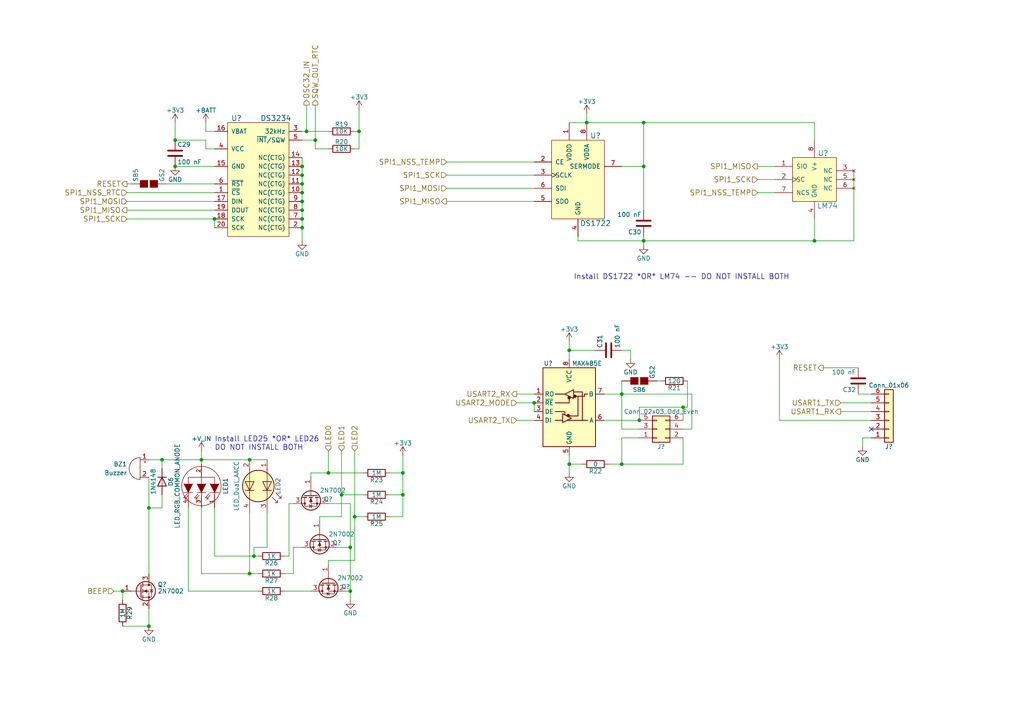
<source format=kicad_sch>
(kicad_sch (version 20231120) (generator "eeschema") (generator_version "8.0")
  (paper "A4")
  (lib_symbols
    (symbol "Connector_Generic:Conn_01x06" (pin_names (offset 1.016) hide)
      (property "Reference" "J" (at 0 7.62 0))
      (property "Value" "Conn_01x06" (at 0 -10.16 0))
      (symbol "Conn_01x06_1_1"
        (rectangle (start -1.27 -7.493) (end 0 -7.747) (stroke (width 0.1524)))
        (rectangle (start -1.27 -4.953) (end 0 -5.207) (stroke (width 0.1524)))
        (rectangle (start -1.27 -2.413) (end 0 -2.667) (stroke (width 0.1524)))
        (rectangle (start -1.27 0.127) (end 0 -0.127) (stroke (width 0.1524)))
        (rectangle (start -1.27 2.667) (end 0 2.413) (stroke (width 0.1524)))
        (rectangle (start -1.27 5.207) (end 0 4.953) (stroke (width 0.1524)))
        (rectangle (start -1.27 6.35) (end 1.27 -8.89) (stroke (width 0.254)) (fill (type background)))
        (pin passive line (at -5.08 5.08 0) (length 3.81) (name "Pin_1") (number "1"))
        (pin passive line (at -5.08 2.54 0) (length 3.81) (name "Pin_2") (number "2"))
        (pin passive line (at -5.08 0 0) (length 3.81) (name "Pin_3") (number "3"))
        (pin passive line (at -5.08 -2.54 0) (length 3.81) (name "Pin_4") (number "4"))
        (pin passive line (at -5.08 -5.08 0) (length 3.81) (name "Pin_5") (number "5"))
        (pin passive line (at -5.08 -7.62 0) (length 3.81) (name "Pin_6") (number "6"))
      )
    )
    (symbol "Connector_Generic:Conn_02x03_Odd_Even" (pin_names (offset 1.016) hide)
      (property "Reference" "J" (at 1.27 5.08 0))
      (property "Value" "Conn_02x03_Odd_Even" (at 1.27 -5.08 0))
      (symbol "Conn_02x03_Odd_Even_1_1"
        (rectangle (start -1.27 -2.413) (end 0 -2.667) (stroke (width 0.1524)))
        (rectangle (start -1.27 0.127) (end 0 -0.127) (stroke (width 0.1524)))
        (rectangle (start -1.27 2.667) (end 0 2.413) (stroke (width 0.1524)))
        (rectangle (start -1.27 3.81) (end 3.81 -3.81) (stroke (width 0.254)) (fill (type background)))
        (rectangle (start 3.81 -2.413) (end 2.54 -2.667) (stroke (width 0.1524)))
        (rectangle (start 3.81 0.127) (end 2.54 -0.127) (stroke (width 0.1524)))
        (rectangle (start 3.81 2.667) (end 2.54 2.413) (stroke (width 0.1524)))
        (pin passive line (at -5.08 2.54 0) (length 3.81) (name "Pin_1") (number "1"))
        (pin passive line (at 7.62 2.54 180) (length 3.81) (name "Pin_2") (number "2"))
        (pin passive line (at -5.08 0 0) (length 3.81) (name "Pin_3") (number "3"))
        (pin passive line (at 7.62 0 180) (length 3.81) (name "Pin_4") (number "4"))
        (pin passive line (at -5.08 -2.54 0) (length 3.81) (name "Pin_5") (number "5"))
        (pin passive line (at 7.62 -2.54 180) (length 3.81) (name "Pin_6") (number "6"))
      )
    )
    (symbol "Device:C" (pin_numbers hide) (pin_names (offset 0.254))
      (property "Reference" "C" (at 0.635 2.54 0))
      (property "Value" "C" (at 0.635 -2.54 0))
      (symbol "C_0_1"
        (polyline (pts (xy -2.032 -0.762) (xy 2.032 -0.762)) (stroke (width 0.508)))
        (polyline (pts (xy -2.032 0.762) (xy 2.032 0.762)) (stroke (width 0.508)))
      )
      (symbol "C_1_1"
        (pin passive line (at 0 3.81 270) (length 2.794) (name "~") (number "1"))
        (pin passive line (at 0 -3.81 90) (length 2.794) (name "~") (number "2"))
      )
    )
    (symbol "Device:D" (pin_numbers hide) (pin_names (offset 1.016) hide)
      (property "Reference" "D" (at 0 2.54 0))
      (property "Value" "D" (at 0 -2.54 0))
      (symbol "D_0_1"
        (polyline (pts (xy -1.27 1.27) (xy -1.27 -1.27)) (stroke (width 0.254)))
        (polyline (pts (xy 1.27 0) (xy -1.27 0)))
        (polyline (pts (xy 1.27 1.27) (xy 1.27 -1.27) (xy -1.27 0) (xy 1.27 1.27)) (stroke (width 0.254)))
      )
      (symbol "D_1_1"
        (pin passive line (at -3.81 0 0) (length 2.54) (name "K") (number "1"))
        (pin passive line (at 3.81 0 180) (length 2.54) (name "A") (number "2"))
      )
    )
    (symbol "Device:R" (pin_numbers hide) (pin_names (offset 0))
      (property "Reference" "R" (at 2.032 0 90))
      (property "Value" "R" (at 0 0 90))
      (symbol "R_0_1"
        (rectangle (start -1.016 -2.54) (end 1.016 2.54) (stroke (width 0.254)))
      )
      (symbol "R_1_1"
        (pin passive line (at 0 3.81 270) (length 1.27) (name "~") (number "1"))
        (pin passive line (at 0 -3.81 90) (length 1.27) (name "~") (number "2"))
      )
    )
    (symbol "Transistor_FET:2N7002" (pin_names hide)
      (property "Reference" "Q" (at 5.08 1.905 0))
      (property "Value" "2N7002" (at 5.08 0 0))
      (symbol "2N7002_0_1"
        (polyline (pts (xy 0.254 0) (xy -2.54 0)))
        (polyline (pts (xy 0.254 1.905) (xy 0.254 -1.905)) (stroke (width 0.254)))
        (polyline (pts (xy 0.762 -1.27) (xy 0.762 -2.286)) (stroke (width 0.254)))
        (polyline (pts (xy 0.762 0.508) (xy 0.762 -0.508)) (stroke (width 0.254)))
        (polyline (pts (xy 0.762 2.286) (xy 0.762 1.27)) (stroke (width 0.254)))
        (polyline (pts (xy 2.54 2.54) (xy 2.54 1.778)))
        (polyline (pts (xy 2.54 -2.54) (xy 2.54 0) (xy 0.762 0)))
        (polyline (pts (xy 0.762 -1.778) (xy 3.302 -1.778) (xy 3.302 1.778) (xy 0.762 1.778)))
        (polyline (pts (xy 1.016 0) (xy 2.032 0.381) (xy 2.032 -0.381) (xy 1.016 0)) (fill (type outline)))
        (polyline (pts (xy 2.794 0.508) (xy 2.921 0.381) (xy 3.683 0.381) (xy 3.81 0.254)))
        (polyline (pts (xy 3.302 0.381) (xy 2.921 -0.254) (xy 3.683 -0.254) (xy 3.302 0.381)))
        (circle (center 1.651 0) (radius 2.794) (stroke (width 0.254)))
        (circle (center 2.54 -1.778) (radius 0.254) (fill (type outline)))
        (circle (center 2.54 1.778) (radius 0.254) (fill (type outline)))
      )
      (symbol "2N7002_1_1"
        (pin input line (at -5.08 0 0) (length 2.54) (name "G") (number "1"))
        (pin passive line (at 2.54 -5.08 90) (length 2.54) (name "S") (number "2"))
        (pin passive line (at 2.54 5.08 270) (length 2.54) (name "D") (number "3"))
      )
    )
    (symbol "TubeClock-rescue:+3.3V-power" (power) (pin_names (offset 0))
      (property "Value" "power_+3.3V" (at 0 3.556 0))
      (symbol "+3.3V-power_0_1"
        (polyline (pts (xy -0.762 1.27) (xy 0 2.54)))
        (polyline (pts (xy 0 0) (xy 0 2.54)))
        (polyline (pts (xy 0 2.54) (xy 0.762 1.27)))
      )
      (symbol "+3.3V-power_1_1"
        (pin power_in line (at 0 0 90) (length 0) hide (name "+3V3") (number "1"))
      )
    )
    (symbol "TubeClock-rescue:+BATT-power" (power) (pin_names (offset 0))
      (property "Value" "power_+BATT" (at 0 3.556 0))
      (symbol "+BATT-power_0_1"
        (polyline (pts (xy -0.762 1.27) (xy 0 2.54)))
        (polyline (pts (xy 0 0) (xy 0 2.54)))
        (polyline (pts (xy 0 2.54) (xy 0.762 1.27)))
      )
      (symbol "+BATT-power_1_1"
        (pin power_in line (at 0 0 90) (length 0) hide (name "+BATT") (number "1"))
      )
    )
    (symbol "TubeClock-rescue:+V_IN-TubeClock" (power) (pin_names (offset 0))
      (property "Value" "TubeClock_+V_IN" (at 0 3.556 0))
      (symbol "+V_IN-TubeClock_0_1"
        (polyline (pts (xy -0.762 1.27) (xy 0 2.54)))
        (polyline (pts (xy 0 0) (xy 0 2.54)))
        (polyline (pts (xy 0 2.54) (xy 0.762 1.27)))
      )
      (symbol "+V_IN-TubeClock_1_1"
        (pin power_in line (at 0 0 90) (length 0) hide (name "+V_IN") (number "1"))
      )
    )
    (symbol "TubeClock-rescue:Buzzer-Device" (pin_names (offset 0.0254) hide)
      (property "Reference" "BZ" (at 3.81 1.27 0))
      (property "Value" "Device_Buzzer" (at 3.81 -1.27 0))
      (symbol "Buzzer-Device_0_1"
        (arc (start 0 -3.175) (mid 3.175 0) (end 0 3.175))
        (polyline (pts (xy -1.651 1.905) (xy -1.143 1.905)))
        (polyline (pts (xy -1.397 2.159) (xy -1.397 1.651)))
        (polyline (pts (xy 0 3.175) (xy 0 -3.175)))
      )
      (symbol "Buzzer-Device_1_1"
        (pin passive line (at -2.54 2.54 0) (length 2.54) (name "-") (number "1"))
        (pin passive line (at -2.54 -2.54 0) (length 2.54) (name "+") (number "2"))
      )
    )
    (symbol "TubeClock-rescue:DS1722-TubeClock" (pin_names (offset 1.016))
      (property "Reference" "U" (at 5.08 15.24 0))
      (property "Value" "TubeClock_DS1722" (at 5.08 -10.16 0))
      (symbol "DS1722-TubeClock_0_1"
        (rectangle (start -7.62 -8.89) (end 7.62 13.97) (fill (type background)))
      )
      (symbol "DS1722-TubeClock_1_1"
        (pin power_in line (at -2.54 19.05 270) (length 5.08) (name "VDDD") (number "1"))
        (pin input line (at -12.7 7.62 0) (length 5.08) (name "CE") (number "2"))
        (pin input clock (at -12.7 3.81 0) (length 5.08) (name "SCLK") (number "3"))
        (pin power_in line (at 0 -13.97 90) (length 5.08) (name "GND") (number "4"))
        (pin output line (at -12.7 -3.81 0) (length 5.08) (name "SDO") (number "5"))
        (pin input line (at -12.7 0 0) (length 5.08) (name "SDI") (number "6"))
        (pin input line (at 12.7 6.35 180) (length 5.08) (name "SERMODE") (number "7"))
        (pin power_in line (at 2.54 19.05 270) (length 5.08) (name "VDDA") (number "8"))
      )
    )
    (symbol "TubeClock-rescue:DS3234-TubeClock" (pin_names (offset 1.016))
      (property "Reference" "IC" (at -6.35 17.78 0))
      (property "Value" "TubeClock_DS3234" (at 5.08 17.78 0))
      (symbol "DS3234-TubeClock_0_1"
        (rectangle (start -8.89 16.51) (end 8.89 -16.51) (fill (type background)))
      )
      (symbol "DS3234-TubeClock_1_1"
        (pin input line (at -12.7 -3.81 0) (length 3.81) (name "~{CS}") (number "1"))
        (pin passive line (at 12.7 -3.81 180) (length 3.81) (name "NC(CTG)") (number "10"))
        (pin passive line (at 12.7 -1.27 180) (length 3.81) (name "NC(CTG)") (number "11"))
        (pin passive line (at 12.7 1.27 180) (length 3.81) (name "NC(CTG)") (number "12"))
        (pin passive line (at 12.7 3.81 180) (length 3.81) (name "NC(CTG)") (number "13"))
        (pin passive line (at 12.7 6.35 180) (length 3.81) (name "NC(CTG)") (number "14"))
        (pin power_in line (at -12.7 3.81 0) (length 3.81) (name "GND") (number "15"))
        (pin power_in line (at -12.7 13.97 0) (length 3.81) (name "VBAT") (number "16"))
        (pin input line (at -12.7 -6.35 0) (length 3.81) (name "DIN") (number "17"))
        (pin input line (at -12.7 -11.43 0) (length 3.81) (name "SCK") (number "18"))
        (pin output line (at -12.7 -8.89 0) (length 3.81) (name "DOUT") (number "19"))
        (pin passive line (at 12.7 -13.97 180) (length 3.81) (name "NC(CTG)") (number "2"))
        (pin input line (at -12.7 -13.97 0) (length 3.81) (name "SCK") (number "20"))
        (pin output line (at 12.7 13.97 180) (length 3.81) (name "32kHz") (number "3"))
        (pin power_in line (at -12.7 8.89 0) (length 3.81) (name "VCC") (number "4"))
        (pin output line (at 12.7 11.43 180) (length 3.81) (name "~{INT}/SQW") (number "5"))
        (pin bidirectional line (at -12.7 -1.27 0) (length 3.81) (name "~{RST}") (number "6"))
        (pin passive line (at 12.7 -11.43 180) (length 3.81) (name "NC(CTG)") (number "7"))
        (pin passive line (at 12.7 -8.89 180) (length 3.81) (name "NC(CTG)") (number "8"))
        (pin passive line (at 12.7 -6.35 180) (length 3.81) (name "NC(CTG)") (number "9"))
      )
    )
    (symbol "TubeClock-rescue:GND-power" (power) (pin_names (offset 0))
      (property "Value" "power_GND" (at 0 -3.81 0))
      (symbol "GND-power_0_1"
        (polyline (pts (xy 0 0) (xy 0 -1.27) (xy 1.27 -1.27) (xy 0 -2.54) (xy -1.27 -1.27) (xy 0 -1.27)))
      )
      (symbol "GND-power_1_1"
        (pin power_in line (at 0 0 270) (length 0) hide (name "GND") (number "1"))
      )
    )
    (symbol "TubeClock-rescue:GS2-win" (pin_numbers hide) (pin_names (offset 1.016) hide)
      (property "Reference" "GS" (at 2.54 3.81 0))
      (property "Value" "win_GS2" (at 2.54 -3.7846 0))
      (symbol "GS2-win_0_1"
        (polyline (pts (xy -1.016 -0.254) (xy -1.016 -2.54) (xy 1.016 -2.54) (xy 1.016 -0.254)) (fill (type outline)))
        (polyline (pts (xy -1.016 0.254) (xy -1.016 2.54) (xy 1.016 2.54) (xy 1.016 0.254)) (fill (type outline)))
      )
      (symbol "GS2-win_1_1"
        (pin passive line (at 0 5.08 270) (length 2.54) (name "G1") (number "1"))
        (pin passive line (at 0 -5.08 90) (length 2.54) (name "G2") (number "2"))
      )
    )
    (symbol "TubeClock-rescue:LED_Dual_AACC-Device" (pin_names (offset 0) hide)
      (property "Reference" "D" (at 0 5.715 0))
      (property "Value" "Device_LED_Dual_AACC" (at 0 -6.35 0))
      (symbol "LED_Dual_AACC-Device_0_1"
        (polyline (pts (xy -5.08 -2.54) (xy 2.032 -2.54)))
        (polyline (pts (xy -5.08 2.54) (xy 2.032 2.54)))
        (polyline (pts (xy 1.27 -1.27) (xy 1.27 -3.81)) (stroke (width 0.2032)))
        (polyline (pts (xy 1.27 3.81) (xy 1.27 1.27)) (stroke (width 0.2032)))
        (polyline (pts (xy 3.81 -2.54) (xy 1.905 -2.54)))
        (polyline (pts (xy 3.81 2.54) (xy 1.905 2.54)))
        (polyline (pts (xy -1.27 -1.27) (xy -1.27 -3.81) (xy 1.27 -2.54) (xy -1.27 -1.27)) (stroke (width 0.2032)))
        (polyline (pts (xy -1.27 3.81) (xy -1.27 1.27) (xy 1.27 2.54) (xy -1.27 3.81)) (stroke (width 0.2032)))
        (polyline (pts (xy 2.032 5.08) (xy 3.556 6.604) (xy 2.794 6.604) (xy 3.556 6.604) (xy 3.556 5.842)))
        (polyline (pts (xy 3.302 4.064) (xy 4.826 5.588) (xy 4.064 5.588) (xy 4.826 5.588) (xy 4.826 4.826)))
        (circle (center 0 0) (radius 4.572) (stroke (width 0.254)) (fill (type background)))
      )
      (symbol "LED_Dual_AACC-Device_1_1"
        (pin input line (at -7.62 2.54 0) (length 3.048) (name "A1") (number "1"))
        (pin input line (at -7.62 -2.54 0) (length 3.048) (name "A2") (number "2"))
        (pin input line (at 7.62 2.54 180) (length 3.81) (name "K1") (number "3"))
        (pin input line (at 7.62 -2.54 180) (length 3.81) (name "K2") (number "4"))
      )
    )
    (symbol "TubeClock-rescue:LED_RGB_COMMON_ANODE-win" (pin_names (offset 1.016) hide)
      (property "Reference" "D" (at 0 6.985 0))
      (property "Value" "win_LED_RGB_COMMON_ANODE" (at 0 -6.985 0))
      (symbol "LED_RGB_COMMON_ANODE-win_0_1"
        (polyline (pts (xy -2.54 0) (xy -0.635 0)))
        (polyline (pts (xy 1.905 -2.54) (xy 1.905 -5.08)))
        (polyline (pts (xy 1.905 1.27) (xy 1.905 -1.27)))
        (polyline (pts (xy 1.905 5.08) (xy 1.905 2.54)))
        (polyline (pts (xy 2.54 -3.81) (xy 1.905 -3.81)))
        (polyline (pts (xy 2.54 0) (xy 1.905 0)))
        (polyline (pts (xy 2.54 3.81) (xy 1.905 3.81)))
        (polyline (pts (xy -0.635 -2.54) (xy 1.905 -3.81) (xy -0.635 -5.08)) (fill (type outline)))
        (polyline (pts (xy -0.635 1.27) (xy 1.905 0) (xy -0.635 -1.27)) (fill (type outline)))
        (polyline (pts (xy -0.635 5.08) (xy 1.905 3.81) (xy -0.635 2.54)) (fill (type outline)))
        (polyline (pts (xy 2.286 -4.191) (xy 3.429 -5.207) (xy 3.302 -4.572)))
        (polyline (pts (xy 2.286 -1.016) (xy 3.429 -2.032) (xy 3.302 -1.397)))
        (polyline (pts (xy 2.286 2.159) (xy 3.429 1.143) (xy 3.302 1.778)))
        (polyline (pts (xy 2.667 -3.81) (xy 3.81 -4.826) (xy 3.683 -4.191)))
        (polyline (pts (xy 2.667 -0.635) (xy 3.81 -1.651) (xy 3.683 -1.016)))
        (polyline (pts (xy 2.667 2.54) (xy 3.81 1.524) (xy 3.683 2.159)))
        (polyline (pts (xy -0.635 -3.81) (xy -2.54 -3.81) (xy -2.54 3.81) (xy -0.635 3.81)))
        (circle (center 0 0) (radius 5.715))
      )
      (symbol "LED_RGB_COMMON_ANODE-win_1_1"
        (pin passive line (at 6.35 3.81 180) (length 3.81) (name "RED") (number "1"))
        (pin passive line (at -6.35 0 0) (length 3.81) (name "COMMON") (number "2"))
        (pin passive line (at 6.35 0 180) (length 3.81) (name "GREEN") (number "3"))
        (pin passive line (at 6.35 -3.81 180) (length 3.81) (name "BLUE") (number "4"))
      )
    )
    (symbol "TubeClock-rescue:LM74-TubeClock" (pin_names (offset 1.016))
      (property "Reference" "U" (at 2.54 7.62 0))
      (property "Value" "TubeClock_LM74" (at 3.81 -7.62 0))
      (symbol "LM74-TubeClock_0_1"
        (rectangle (start -6.35 -6.35) (end 6.35 6.35) (fill (type background)))
      )
      (symbol "LM74-TubeClock_1_1"
        (pin bidirectional line (at -11.43 3.81 0) (length 5.08) (name "SIO") (number "1"))
        (pin input clock (at -11.43 0 0) (length 5.08) (name "SC") (number "2"))
        (pin no_connect line (at 11.43 2.54 180) (length 5.08) (name "NC") (number "3"))
        (pin power_in line (at 0 -11.43 90) (length 5.08) (name "GND") (number "4"))
        (pin no_connect line (at 11.43 0 180) (length 5.08) (name "NC") (number "5"))
        (pin no_connect line (at 11.43 -2.54 180) (length 5.08) (name "NC") (number "6"))
        (pin input line (at -11.43 -3.81 0) (length 5.08) (name "NCS") (number "7"))
        (pin power_in line (at 0 11.43 270) (length 5.08) (name "V+") (number "8"))
      )
    )
    (symbol "TubeClock-rescue:MAX485E-Interface_UART"
      (property "Reference" "U" (at -6.096 11.43 0))
      (property "Value" "Interface_UART_MAX485E" (at 0.762 11.43 0))
      (symbol "MAX485E-Interface_UART_0_1"
        (rectangle (start -7.62 10.16) (end 7.62 -12.7) (stroke (width 0.254)) (fill (type background)))
        (circle (center -0.3048 -3.683) (radius 0.3556) (stroke (width 0.254)) (fill (type outline)))
        (circle (center -0.0254 1.4986) (radius 0.3556) (stroke (width 0.254)) (fill (type outline)))
        (polyline (pts (xy -4.064 -5.08) (xy -1.905 -5.08)) (stroke (width 0.254)))
        (polyline (pts (xy -4.064 2.54) (xy -1.27 2.54)) (stroke (width 0.254)))
        (polyline (pts (xy -1.27 -3.2004) (xy -1.27 -3.4544)) (stroke (width 0.254)))
        (polyline (pts (xy -0.635 -5.08) (xy 5.334 -5.08)) (stroke (width 0.254)))
        (polyline (pts (xy -4.064 -2.54) (xy -1.27 -2.54) (xy -1.27 -3.175)) (stroke (width 0.254)))
        (polyline (pts (xy 0 1.27) (xy 0 0) (xy -4.064 0)) (stroke (width 0.254)))
        (polyline (pts (xy 1.27 3.175) (xy 3.81 3.175) (xy 3.81 -5.08)) (stroke (width 0.254)))
        (polyline (pts (xy 2.54 1.905) (xy 2.54 -3.81) (xy 0 -3.81)) (stroke (width 0.254)))
        (polyline (pts (xy -1.905 -3.175) (xy -1.905 -5.715) (xy 0.635 -4.445) (xy -1.905 -3.175)) (stroke (width 0.254)))
        (polyline (pts (xy -1.27 2.54) (xy 1.27 3.81) (xy 1.27 1.27) (xy -1.27 2.54)) (stroke (width 0.254)))
        (polyline (pts (xy 1.905 1.905) (xy 4.445 1.905) (xy 4.445 2.54) (xy 5.334 2.54)) (stroke (width 0.254)))
        (rectangle (start 1.27 3.175) (end 1.27 3.175))
        (circle (center 1.651 1.905) (radius 0.3556) (stroke (width 0.254)) (fill (type outline)))
      )
      (symbol "MAX485E-Interface_UART_1_1"
        (pin output line (at -10.16 2.54 0) (length 2.54) (name "RO") (number "1"))
        (pin input line (at -10.16 0 0) (length 2.54) (name "~{RE}") (number "2"))
        (pin input line (at -10.16 -2.54 0) (length 2.54) (name "DE") (number "3"))
        (pin input line (at -10.16 -5.08 0) (length 2.54) (name "DI") (number "4"))
        (pin power_in line (at 0 -15.24 90) (length 2.54) (name "GND") (number "5"))
        (pin bidirectional line (at 10.16 -5.08 180) (length 2.54) (name "A") (number "6"))
        (pin bidirectional line (at 10.16 2.54 180) (length 2.54) (name "B") (number "7"))
        (pin power_in line (at 0 12.7 270) (length 2.54) (name "VCC") (number "8"))
      )
    )
  )
  (junction (at 170.18 35.56))
  (junction (at 50.8 40.64))
  (junction (at 116.84 143.51))
  (junction (at 88.9 38.1))
  (junction (at 87.63 48.26))
  (junction (at 236.22 69.85))
  (junction (at 102.87 149.86))
  (junction (at 165.1 134.62))
  (junction (at 91.44 40.64))
  (junction (at 87.63 63.5))
  (junction (at 87.63 50.8))
  (junction (at 99.06 143.51))
  (junction (at 104.14 38.1))
  (junction (at 154.94 116.84))
  (junction (at 87.63 66.04))
  (junction (at 87.63 60.96))
  (junction (at 116.84 137.16))
  (junction (at 87.63 53.34))
  (junction (at 186.69 35.56))
  (junction (at 185.42 121.92))
  (junction (at 62.23 63.5))
  (junction (at 87.63 58.42))
  (junction (at 43.18 181.61))
  (junction (at 101.6 171.45))
  (junction (at 180.34 134.62))
  (junction (at 73.66 161.29))
  (junction (at 101.6 158.75))
  (junction (at 198.12 118.11))
  (junction (at 43.18 147.32))
  (junction (at 35.56 171.45))
  (junction (at 50.8 48.26))
  (junction (at 87.63 55.88))
  (junction (at 58.42 133.35))
  (junction (at 72.39 133.35))
  (junction (at 72.39 166.37))
  (junction (at 95.25 137.16))
  (junction (at 165.1 101.6))
  (junction (at 186.69 69.85))
  (junction (at 186.69 48.26))
  (junction (at 180.34 114.3))
  (junction (at 46.99 133.35))
  (no_connect (at 252.73 124.46))
  (wire (pts (xy 87.63 40.64) (xy 91.44 40.64)))
  (wire (pts (xy 186.69 68.58) (xy 186.69 69.85)))
  (wire (pts (xy 83.82 161.29) (xy 83.82 146.05)))
  (wire (pts (xy 95.25 43.18) (xy 91.44 43.18)))
  (wire (pts (xy 48.26 53.34) (xy 62.23 53.34)))
  (wire (pts (xy 186.69 48.26) (xy 186.69 60.96)))
  (wire (pts (xy 35.56 181.61) (xy 43.18 181.61)))
  (wire (pts (xy 46.99 135.89) (xy 46.99 133.35)))
  (wire (pts (xy 165.1 99.06) (xy 165.1 101.6)))
  (wire (pts (xy 105.41 149.86) (xy 102.87 149.86)))
  (wire (pts (xy 59.69 43.18) (xy 59.69 40.64)))
  (wire (pts (xy 46.99 147.32) (xy 43.18 147.32)))
  (wire (pts (xy 226.06 121.92) (xy 252.73 121.92)))
  (wire (pts (xy 62.23 43.18) (xy 59.69 43.18)))
  (wire (pts (xy 62.23 161.29) (xy 73.66 161.29)))
  (wire (pts (xy 238.76 106.68) (xy 248.92 106.68)))
  (wire (pts (xy 85.09 166.37) (xy 85.09 158.75)))
  (wire (pts (xy 154.94 58.42) (xy 129.54 58.42)))
  (wire (pts (xy 59.69 40.64) (xy 50.8 40.64)))
  (wire (pts (xy 180.34 101.6) (xy 182.88 101.6)))
  (wire (pts (xy 43.18 176.53) (xy 43.18 181.61)))
  (wire (pts (xy 116.84 137.16) (xy 116.84 143.51)))
  (wire (pts (xy 46.99 143.51) (xy 46.99 147.32)))
  (wire (pts (xy 186.69 35.56) (xy 186.69 48.26)))
  (wire (pts (xy 58.42 133.35) (xy 72.39 133.35)))
  (wire (pts (xy 77.47 158.75) (xy 73.66 158.75)))
  (wire (pts (xy 104.14 43.18) (xy 104.14 38.1)))
  (wire (pts (xy 182.88 101.6) (xy 182.88 104.14)))
  (wire (pts (xy 33.02 171.45) (xy 35.56 171.45)))
  (wire (pts (xy 186.69 69.85) (xy 236.22 69.85)))
  (wire (pts (xy 62.23 38.1) (xy 59.69 38.1)))
  (wire (pts (xy 43.18 138.43) (xy 43.18 147.32)))
  (wire (pts (xy 87.63 58.42) (xy 87.63 60.96)))
  (wire (pts (xy 85.09 158.75) (xy 87.63 158.75)))
  (wire (pts (xy 102.87 162.56) (xy 95.25 162.56)))
  (wire (pts (xy 165.1 132.08) (xy 165.1 134.62)))
  (wire (pts (xy 101.6 171.45) (xy 101.6 173.99)))
  (wire (pts (xy 219.71 55.88) (xy 224.79 55.88)))
  (wire (pts (xy 72.39 166.37) (xy 58.42 166.37)))
  (wire (pts (xy 226.06 104.14) (xy 226.06 121.92)))
  (wire (pts (xy 82.55 166.37) (xy 85.09 166.37)))
  (wire (pts (xy 88.9 30.48) (xy 88.9 38.1)))
  (wire (pts (xy 175.26 114.3) (xy 180.34 114.3)))
  (wire (pts (xy 62.23 147.32) (xy 62.23 161.29)))
  (wire (pts (xy 186.69 35.56) (xy 236.22 35.56)))
  (wire (pts (xy 185.42 127) (xy 180.34 127)))
  (wire (pts (xy 176.53 134.62) (xy 180.34 134.62)))
  (wire (pts (xy 175.26 121.92) (xy 185.42 121.92)))
  (wire (pts (xy 36.83 60.96) (xy 62.23 60.96)))
  (wire (pts (xy 116.84 143.51) (xy 116.84 149.86)))
  (wire (pts (xy 170.18 33.02) (xy 170.18 35.56)))
  (wire (pts (xy 92.71 149.86) (xy 92.71 151.13)))
  (wire (pts (xy 165.1 134.62) (xy 165.1 137.16)))
  (wire (pts (xy 247.65 49.53) (xy 247.65 69.85)))
  (wire (pts (xy 73.66 161.29) (xy 74.93 161.29)))
  (wire (pts (xy 95.25 137.16) (xy 90.17 137.16)))
  (wire (pts (xy 105.41 143.51) (xy 99.06 143.51)))
  (wire (pts (xy 87.63 63.5) (xy 87.63 66.04)))
  (wire (pts (xy 95.25 146.05) (xy 101.6 146.05)))
  (wire (pts (xy 170.18 35.56) (xy 186.69 35.56)))
  (wire (pts (xy 149.86 114.3) (xy 154.94 114.3)))
  (wire (pts (xy 102.87 149.86) (xy 102.87 162.56)))
  (wire (pts (xy 62.23 63.5) (xy 36.83 63.5)))
  (wire (pts (xy 87.63 53.34) (xy 87.63 55.88)))
  (wire (pts (xy 101.6 146.05) (xy 101.6 158.75)))
  (wire (pts (xy 199.39 118.11) (xy 199.39 110.49)))
  (wire (pts (xy 172.72 101.6) (xy 165.1 101.6)))
  (wire (pts (xy 154.94 116.84) (xy 149.86 116.84)))
  (wire (pts (xy 113.03 143.51) (xy 116.84 143.51)))
  (wire (pts (xy 168.91 134.62) (xy 165.1 134.62)))
  (wire (pts (xy 102.87 38.1) (xy 104.14 38.1)))
  (wire (pts (xy 73.66 158.75) (xy 73.66 161.29)))
  (wire (pts (xy 90.17 137.16) (xy 90.17 138.43)))
  (wire (pts (xy 54.61 171.45) (xy 54.61 147.32)))
  (wire (pts (xy 243.84 116.84) (xy 252.73 116.84)))
  (wire (pts (xy 101.6 158.75) (xy 101.6 171.45)))
  (wire (pts (xy 59.69 38.1) (xy 59.69 35.56)))
  (wire (pts (xy 99.06 130.81) (xy 99.06 143.51)))
  (wire (pts (xy 154.94 50.8) (xy 129.54 50.8)))
  (wire (pts (xy 62.23 48.26) (xy 50.8 48.26)))
  (wire (pts (xy 87.63 60.96) (xy 87.63 63.5)))
  (wire (pts (xy 99.06 143.51) (xy 99.06 149.86)))
  (wire (pts (xy 236.22 69.85) (xy 236.22 63.5)))
  (wire (pts (xy 58.42 130.81) (xy 58.42 133.35)))
  (wire (pts (xy 250.19 129.54) (xy 250.19 127)))
  (wire (pts (xy 105.41 137.16) (xy 95.25 137.16)))
  (wire (pts (xy 129.54 54.61) (xy 154.94 54.61)))
  (wire (pts (xy 165.1 35.56) (xy 170.18 35.56)))
  (wire (pts (xy 100.33 171.45) (xy 101.6 171.45)))
  (wire (pts (xy 116.84 132.08) (xy 116.84 137.16)))
  (wire (pts (xy 62.23 58.42) (xy 36.83 58.42)))
  (wire (pts (xy 99.06 149.86) (xy 92.71 149.86)))
  (wire (pts (xy 74.93 171.45) (xy 54.61 171.45)))
  (wire (pts (xy 97.79 158.75) (xy 101.6 158.75)))
  (wire (pts (xy 185.42 118.11) (xy 198.12 118.11)))
  (wire (pts (xy 91.44 43.18) (xy 91.44 40.64)))
  (wire (pts (xy 167.64 68.58) (xy 167.64 69.85)))
  (wire (pts (xy 74.93 166.37) (xy 72.39 166.37)))
  (wire (pts (xy 50.8 40.64) (xy 50.8 35.56)))
  (wire (pts (xy 87.63 50.8) (xy 87.63 53.34)))
  (wire (pts (xy 104.14 38.1) (xy 104.14 31.75)))
  (wire (pts (xy 200.66 124.46) (xy 200.66 114.3)))
  (wire (pts (xy 58.42 133.35) (xy 58.42 134.62)))
  (wire (pts (xy 180.34 110.49) (xy 180.34 114.3)))
  (wire (pts (xy 113.03 137.16) (xy 116.84 137.16)))
  (wire (pts (xy 46.99 133.35) (xy 58.42 133.35)))
  (wire (pts (xy 154.94 116.84) (xy 154.94 119.38)))
  (wire (pts (xy 185.42 121.92) (xy 185.42 118.11)))
  (wire (pts (xy 83.82 146.05) (xy 85.09 146.05)))
  (wire (pts (xy 180.34 114.3) (xy 180.34 124.46)))
  (wire (pts (xy 180.34 134.62) (xy 198.12 134.62)))
  (wire (pts (xy 62.23 66.04) (xy 62.23 63.5)))
  (wire (pts (xy 58.42 166.37) (xy 58.42 147.32)))
  (wire (pts (xy 72.39 148.59) (xy 72.39 166.37)))
  (wire (pts (xy 36.83 53.34) (xy 38.1 53.34)))
  (wire (pts (xy 180.34 127) (xy 180.34 134.62)))
  (wire (pts (xy 198.12 134.62) (xy 198.12 127)))
  (wire (pts (xy 198.12 121.92) (xy 198.12 118.11)))
  (wire (pts (xy 43.18 147.32) (xy 43.18 166.37)))
  (wire (pts (xy 129.54 46.99) (xy 154.94 46.99)))
  (wire (pts (xy 219.71 48.26) (xy 224.79 48.26)))
  (wire (pts (xy 180.34 114.3) (xy 200.66 114.3)))
  (wire (pts (xy 87.63 38.1) (xy 88.9 38.1)))
  (wire (pts (xy 198.12 118.11) (xy 199.39 118.11)))
  (wire (pts (xy 82.55 171.45) (xy 90.17 171.45)))
  (wire (pts (xy 180.34 124.46) (xy 185.42 124.46)))
  (wire (pts (xy 77.47 148.59) (xy 77.47 158.75)))
  (wire (pts (xy 35.56 171.45) (xy 35.56 173.99)))
  (wire (pts (xy 236.22 35.56) (xy 236.22 40.64)))
  (wire (pts (xy 198.12 124.46) (xy 200.66 124.46)))
  (wire (pts (xy 236.22 69.85) (xy 247.65 69.85)))
  (wire (pts (xy 95.25 130.81) (xy 95.25 137.16)))
  (wire (pts (xy 87.63 55.88) (xy 87.63 58.42)))
  (wire (pts (xy 190.5 110.49) (xy 191.77 110.49)))
  (wire (pts (xy 91.44 40.64) (xy 91.44 30.48)))
  (wire (pts (xy 102.87 43.18) (xy 104.14 43.18)))
  (wire (pts (xy 72.39 133.35) (xy 77.47 133.35)))
  (wire (pts (xy 186.69 69.85) (xy 186.69 71.12)))
  (wire (pts (xy 180.34 48.26) (xy 186.69 48.26)))
  (wire (pts (xy 224.79 52.07) (xy 219.71 52.07)))
  (wire (pts (xy 82.55 161.29) (xy 83.82 161.29)))
  (wire (pts (xy 248.92 114.3) (xy 252.73 114.3)))
  (wire (pts (xy 87.63 48.26) (xy 87.63 50.8)))
  (wire (pts (xy 165.1 101.6) (xy 165.1 104.14)))
  (wire (pts (xy 88.9 38.1) (xy 95.25 38.1)))
  (wire (pts (xy 167.64 69.85) (xy 186.69 69.85)))
  (wire (pts (xy 95.25 162.56) (xy 95.25 163.83)))
  (wire (pts (xy 116.84 149.86) (xy 113.03 149.86)))
  (wire (pts (xy 87.63 45.72) (xy 87.63 48.26)))
  (wire (pts (xy 102.87 130.81) (xy 102.87 149.86)))
  (wire (pts (xy 87.63 66.04) (xy 87.63 69.85)))
  (wire (pts (xy 36.83 55.88) (xy 62.23 55.88)))
  (wire (pts (xy 43.18 133.35) (xy 46.99 133.35)))
  (wire (pts (xy 252.73 119.38) (xy 243.84 119.38)))
  (wire (pts (xy 149.86 121.92) (xy 154.94 121.92)))
  (wire (pts (xy 250.19 127) (xy 252.73 127)))
  (text "Install LED25 *OR* LED26\nDO NOT INSTALL BOTH" (at 62.23 130.81 0) (effects (font (size 1.524 1.524)) (justify left bottom)))
  (text "Install DS1722 *OR* LM74 -- DO NOT INSTALL BOTH" (at 166.37 81.28 0) (effects (font (size 1.524 1.524)) (justify left bottom)))
  (hierarchical_label "SPI1_MISO" (shape output) (at 36.83 60.96 180) (effects (font (size 1.524 1.524))))
  (hierarchical_label "SPI1_MISO" (shape output) (at 129.54 58.42 180) (effects (font (size 1.524 1.524))))
  (hierarchical_label "LED2" (shape input) (at 102.87 130.81 90) (effects (font (size 1.524 1.524))))
  (hierarchical_label "LED0" (shape input) (at 95.25 130.81 90) (effects (font (size 1.524 1.524))))
  (hierarchical_label "SPI1_MOSI" (shape input) (at 129.54 54.61 180) (effects (font (size 1.524 1.524))))
  (hierarchical_label "USART2_MODE" (shape input) (at 149.86 116.84 180) (effects (font (size 1.524 1.524))))
  (hierarchical_label "SPI1_SCK" (shape input) (at 36.83 63.5 180) (effects (font (size 1.524 1.524))))
  (hierarchical_label "SPI1_NSS_TEMP" (shape input) (at 129.54 46.99 180) (effects (font (size 1.524 1.524))))
  (hierarchical_label "SPI1_MOSI" (shape input) (at 36.83 58.42 180) (effects (font (size 1.524 1.524))))
  (hierarchical_label "RESET" (shape output) (at 36.83 53.34 180) (effects (font (size 1.524 1.524))))
  (hierarchical_label "LED1" (shape input) (at 99.06 130.81 90) (effects (font (size 1.524 1.524))))
  (hierarchical_label "USART2_TX" (shape input) (at 149.86 121.92 180) (effects (font (size 1.524 1.524))))
  (hierarchical_label "SQW_OUT_RTC" (shape output) (at 91.44 30.48 90) (effects (font (size 1.524 1.524))))
  (hierarchical_label "SPI1_MISO" (shape output) (at 219.71 48.26 180) (effects (font (size 1.524 1.524))))
  (hierarchical_label "OSC32_IN" (shape output) (at 88.9 30.48 90) (effects (font (size 1.524 1.524))))
  (hierarchical_label "USART1_TX" (shape input) (at 243.84 116.84 180) (effects (font (size 1.524 1.524))))
  (hierarchical_label "SPI1_NSS_TEMP" (shape input) (at 219.71 55.88 180) (effects (font (size 1.524 1.524))))
  (hierarchical_label "USART2_RX" (shape output) (at 149.86 114.3 180) (effects (font (size 1.524 1.524))))
  (hierarchical_label "SPI1_SCK" (shape input) (at 219.71 52.07 180) (effects (font (size 1.524 1.524))))
  (hierarchical_label "BEEP" (shape input) (at 33.02 171.45 180) (effects (font (size 1.524 1.524))))
  (hierarchical_label "RESET" (shape output) (at 238.76 106.68 180) (effects (font (size 1.524 1.524))))
  (hierarchical_label "SPI1_NSS_RTC" (shape input) (at 36.83 55.88 180) (effects (font (size 1.524 1.524))))
  (hierarchical_label "SPI1_SCK" (shape input) (at 129.54 50.8 180) (effects (font (size 1.524 1.524))))
  (hierarchical_label "USART1_RX" (shape output) (at 243.84 119.38 180) (effects (font (size 1.524 1.524))))
  (symbol (lib_id "TubeClock-rescue:MAX485E-Interface_UART") (at 165.1 116.84 0) (unit 1)
    (property "Reference" "U?" (at 159.004 105.41 0))
    (property "Value" "MAX485E" (at 165.862 105.41 0) (effects (justify left)))
    (property "Footprint" "Package_SO:SOIC-8_3.9x4.9mm_P1.27mm" (effects (hide yes)))
    (property "Datasheet" "http://www.st.com/content/ccc/resource/technical/document/datasheet/81/93/fa/ed/87/47/46/00/CD00003136.pdf/files/CD00003136.pdf/jcr:content/translations/en.CD00003136.pdf" (effects (hide yes)))
    (property "Part Number" "ST1480ACDR" (effects (hide yes)))
    (instances (project "" (path "" (reference "U?") (unit 1)) (path "" (reference "U8") (unit 1))))
  )
  (symbol (lib_id "TubeClock-rescue:+3.3V-power") (at 104.14 31.75 0) (unit 1)
    (property "Reference" "#PWR052" (effects (hide yes)))
    (property "Value" "+3V3" (at 104.14 28.194 0))
  )
  (symbol (lib_id "TubeClock-rescue:+BATT-power") (at 59.69 35.56 0) (unit 1)
    (property "Reference" "#PWR055" (effects (hide yes)))
    (property "Value" "+BATT" (at 59.69 32.004 0))
  )
  (symbol (lib_id "TubeClock-rescue:GND-power") (at 87.63 69.85 0) (unit 1)
    (property "Reference" "#PWR057" (effects (hide yes)))
    (property "Value" "GND" (at 87.63 73.66 0))
  )
  (symbol (lib_id "Device:C") (at 50.8 44.45 0) (unit 1)
    (property "Reference" "C29" (at 51.435 41.91 0) (effects (justify left)))
    (property "Value" "100 nF" (at 51.435 46.99 0) (effects (justify left)))
    (property "Footprint" "Capacitor_SMD:C_0805_2012Metric" (effects (hide yes)))
  )
  (symbol (lib_id "TubeClock-rescue:GND-power") (at 50.8 48.26 0) (unit 1)
    (property "Reference" "#PWR056" (effects (hide yes)))
    (property "Value" "GND" (at 50.8 52.07 0))
  )
  (symbol (lib_id "TubeClock-rescue:+3.3V-power") (at 50.8 35.56 0) (unit 1)
    (property "Reference" "#PWR054" (effects (hide yes)))
    (property "Value" "+3V3" (at 50.8 32.004 0))
  )
  (symbol (lib_id "Device:R") (at 99.06 43.18 90) (unit 1)
    (property "Reference" "R20" (at 99.06 41.148 90))
    (property "Value" "10K" (at 99.06 43.18 90))
    (property "Footprint" "Resistor_SMD:R_0805_2012Metric" (effects (hide yes)))
  )
  (symbol (lib_id "Device:R") (at 99.06 38.1 90) (unit 1)
    (property "Reference" "R19" (at 99.06 36.068 90))
    (property "Value" "10K" (at 99.06 38.1 90))
    (property "Footprint" "Resistor_SMD:R_0805_2012Metric" (effects (hide yes)))
  )
  (symbol (lib_id "TubeClock-rescue:GND-power") (at 165.1 137.16 0) (unit 1)
    (property "Reference" "#PWR065" (effects (hide yes)))
    (property "Value" "GND" (at 165.1 140.97 0))
  )
  (symbol (lib_id "TubeClock-rescue:+3.3V-power") (at 165.1 99.06 0) (unit 1)
    (property "Reference" "#PWR059" (effects (hide yes)))
    (property "Value" "+3V3" (at 165.1 95.504 0))
  )
  (symbol (lib_id "Device:C") (at 176.53 101.6 90) (unit 1)
    (property "Reference" "C31" (at 173.99 100.965 0) (effects (justify left)))
    (property "Value" "100 nF" (at 179.07 100.965 0) (effects (justify left)))
    (property "Footprint" "Capacitor_SMD:C_0805_2012Metric" (effects (hide yes)))
  )
  (symbol (lib_id "TubeClock-rescue:GND-power") (at 182.88 104.14 0) (unit 1)
    (property "Reference" "#PWR060" (effects (hide yes)))
    (property "Value" "GND" (at 182.88 107.95 0))
  )
  (symbol (lib_id "Connector_Generic:Conn_01x06") (at 257.81 121.92 0) (mirror x) (unit 1)
    (property "Reference" "J?" (at 257.81 129.54 0))
    (property "Value" "Conn_01x06" (at 257.81 111.76 0))
    (property "Footprint" "Connector_PinHeader_2.54mm:PinHeader_1x06_P2.54mm_Vertical" (effects (hide yes)))
    (instances (project "" (path "" (reference "J?") (unit 1)) (path "" (reference "J5") (unit 1))))
  )
  (symbol (lib_id "TubeClock-rescue:GND-power") (at 250.19 129.54 0) (unit 1)
    (property "Reference" "#PWR062" (effects (hide yes)))
    (property "Value" "GND" (at 250.19 133.35 0))
  )
  (symbol (lib_id "TubeClock-rescue:+3.3V-power") (at 226.06 104.14 0) (unit 1)
    (property "Reference" "#PWR061" (effects (hide yes)))
    (property "Value" "+3V3" (at 226.06 100.584 0))
  )
  (symbol (lib_id "Connector_Generic:Conn_02x03_Odd_Even") (at 190.5 124.46 0) (mirror x) (unit 1)
    (property "Reference" "J?" (at 191.77 129.54 0))
    (property "Value" "Conn_02x03_Odd_Even" (at 191.77 119.38 0))
    (property "Footprint" "Connector_PinHeader_2.54mm:PinHeader_2x03_P2.54mm_Vertical" (effects (hide yes)))
    (instances (project "" (path "" (reference "J?") (unit 1)) (path "" (reference "J6") (unit 1))))
  )
  (symbol (lib_id "Device:C") (at 248.92 110.49 180) (unit 1)
    (property "Reference" "C32" (at 248.285 113.03 0) (effects (justify left)))
    (property "Value" "100 nF" (at 248.285 107.95 0) (effects (justify left)))
    (property "Footprint" "Capacitor_SMD:C_0805_2012Metric" (effects (hide yes)))
  )
  (symbol (lib_id "TubeClock-rescue:+3.3V-power") (at 170.18 33.02 0) (unit 1)
    (property "Reference" "#PWR053" (effects (hide yes)))
    (property "Value" "+3V3" (at 170.18 29.464 0))
  )
  (symbol (lib_id "Device:C") (at 186.69 64.77 180) (unit 1)
    (property "Reference" "C30" (at 186.055 67.31 0) (effects (justify left)))
    (property "Value" "100 nF" (at 186.055 62.23 0) (effects (justify left)))
    (property "Footprint" "Capacitor_SMD:C_0805_2012Metric" (effects (hide yes)))
  )
  (symbol (lib_id "TubeClock-rescue:GND-power") (at 186.69 71.12 0) (unit 1)
    (property "Reference" "#PWR058" (effects (hide yes)))
    (property "Value" "GND" (at 186.69 74.93 0))
  )
  (symbol (lib_id "TubeClock-rescue:DS3234-TubeClock") (at 74.93 52.07 0) (unit 1)
    (property "Reference" "U?" (at 68.58 34.29 0) (effects (font (size 1.524 1.524))))
    (property "Value" "DS3234" (at 80.01 34.29 0) (effects (font (size 1.524 1.524))))
    (property "Footprint" "Package_SO:SO-20_12.8x7.5mm_P1.27mm" (effects (hide yes)))
    (property "Datasheet" "https://datasheets.maximintegrated.com/en/ds/DS3234.pdf" (effects (hide yes)))
    (property "Manufacturer" "Maxim" (effects (hide yes)))
    (instances (project "" (path "" (reference "U?") (unit 1)) (path "" (reference "U5") (unit 1))))
  )
  (symbol (lib_id "TubeClock-rescue:DS1722-TubeClock") (at 167.64 54.61 0) (unit 1)
    (property "Reference" "U?" (at 172.72 39.37 0) (effects (font (size 1.524 1.524))))
    (property "Value" "DS1722" (at 172.72 64.77 0) (effects (font (size 1.524 1.524))))
    (property "Footprint" "Package_SO:SOIC-8_3.9x4.9mm_P1.27mm" (effects (hide yes)))
    (property "Datasheet" "https://datasheets.maximintegrated.com/en/ds/DS1722.pdf" (effects (hide yes)))
    (instances (project "" (path "" (reference "U?") (unit 1)) (path "" (reference "U7") (unit 1))))
  )
  (symbol (lib_id "TubeClock-rescue:LM74-TubeClock") (at 236.22 52.07 0) (unit 1)
    (property "Reference" "U?" (at 238.76 44.45 0) (effects (font (size 1.524 1.524))))
    (property "Value" "LM74" (at 240.03 59.69 0) (effects (font (size 1.524 1.524))))
    (property "Footprint" "Package_SO:SOIC-8_3.9x4.9mm_P1.27mm" (effects (hide yes)))
    (property "Datasheet" "http://www.ti.com/lit/ds/symlink/lm74.pdf" (effects (hide yes)))
    (property "Part Number" "LM74CIMX-3/NOPB" (effects (hide yes)))
    (instances (project "" (path "" (reference "U?") (unit 1)) (path "" (reference "U6") (unit 1))))
  )
  (symbol (lib_id "TubeClock-rescue:GS2-win") (at 43.18 53.34 90) (unit 1)
    (property "Reference" "SB5" (at 39.37 50.8 0))
    (property "Value" "GS2" (at 46.9646 50.8 0))
    (property "Footprint" "Jumper:SolderJumper-2_P1.3mm_Open_Pad1.0x1.5mm" (effects (hide yes)))
  )
  (symbol (lib_id "TubeClock-rescue:LED_Dual_AACC-Device") (at 74.93 140.97 270) (unit 1)
    (property "Reference" "LED2" (at 80.645 140.97 0))
    (property "Value" "LED_Dual_AACC" (at 68.58 140.97 0))
    (property "Footprint" "LED_SMD:LED_Cree-PLCC4_3.2x2.8mm_CCW" (effects (hide yes)))
    (property "Datasheet" "https://www.vcclite.com/product/led-smt-1206-1-72-1v-20ma-redgreen-2k/" (effects (hide yes)))
    (property "Part Number" "CMD1522SRUGCTR8" (effects (hide yes)))
  )
  (symbol (lib_id "Transistor_FET:2N7002") (at 92.71 156.21 90) (mirror x) (unit 1)
    (property "Reference" "Q?" (at 99.06 157.48 90) (effects (justify left)))
    (property "Value" "2N7002" (at 102.87 154.94 90) (effects (justify left)))
    (property "Footprint" "Package_TO_SOT_SMD:SOT-23" (effects (hide yes)))
    (property "Datasheet" "https://www.diodes.com/assets/Datasheets/ds11303.pdf" (effects (hide yes)))
    (instances (project "" (path "" (reference "Q?") (unit 1)) (path "" (reference "Q4") (unit 1))))
  )
  (symbol (lib_id "Transistor_FET:2N7002") (at 90.17 143.51 90) (mirror x) (unit 1)
    (property "Reference" "Q?" (at 96.52 144.78 90) (effects (justify left)))
    (property "Value" "2N7002" (at 100.33 142.24 90) (effects (justify left)))
    (property "Footprint" "Package_TO_SOT_SMD:SOT-23" (effects (hide yes)))
    (property "Datasheet" "https://www.diodes.com/assets/Datasheets/ds11303.pdf" (effects (hide yes)))
    (instances (project "" (path "" (reference "Q?") (unit 1)) (path "" (reference "Q3") (unit 1))))
  )
  (symbol (lib_id "Device:R") (at 78.74 166.37 270) (unit 1)
    (property "Reference" "R27" (at 78.74 168.402 90))
    (property "Value" "1K" (at 78.74 166.37 90))
    (property "Footprint" "Resistor_SMD:R_0805_2012Metric" (effects (hide yes)))
  )
  (symbol (lib_id "Device:R") (at 78.74 161.29 90) (mirror x) (unit 1)
    (property "Reference" "R26" (at 78.74 163.322 90))
    (property "Value" "1K" (at 78.74 161.29 90))
    (property "Footprint" "Resistor_SMD:R_0805_2012Metric" (effects (hide yes)))
  )
  (symbol (lib_id "TubeClock-rescue:GND-power") (at 101.6 173.99 0) (unit 1)
    (property "Reference" "#PWR066" (effects (hide yes)))
    (property "Value" "GND" (at 101.6 177.8 0))
  )
  (symbol (lib_id "Device:R") (at 109.22 137.16 270) (unit 1)
    (property "Reference" "R23" (at 109.22 139.192 90))
    (property "Value" "1M" (at 109.22 137.16 90))
    (property "Footprint" "Resistor_SMD:R_0805_2012Metric" (effects (hide yes)))
  )
  (symbol (lib_id "Device:R") (at 109.22 143.51 270) (unit 1)
    (property "Reference" "R24" (at 109.22 145.542 90))
    (property "Value" "1M" (at 109.22 143.51 90))
    (property "Footprint" "Resistor_SMD:R_0805_2012Metric" (effects (hide yes)))
  )
  (symbol (lib_id "TubeClock-rescue:+3.3V-power") (at 116.84 132.08 0) (unit 1)
    (property "Reference" "#PWR064" (effects (hide yes)))
    (property "Value" "+3V3" (at 116.84 128.524 0))
  )
  (symbol (lib_id "TubeClock-rescue:Buzzer-Device") (at 40.64 135.89 0) (mirror y) (unit 1)
    (property "Reference" "BZ1" (at 36.83 134.62 0) (effects (justify left)))
    (property "Value" "Buzzer" (at 36.83 137.16 0) (effects (justify left)))
    (property "Footprint" "TubeClock:Buzzer_16x14RM7.6" (effects (hide yes)))
    (property "Datasheet" "https://product.tdk.com/en/search/sw_piezo/sw_piezo/em-buzzer/info?part_no=SD1614TT-B1" (effects (hide yes)))
    (property "Part Number" "TDK SD1614TT-B1" (effects (hide yes)))
  )
  (symbol (lib_id "Transistor_FET:2N7002") (at 40.64 171.45 0) (unit 1)
    (property "Reference" "Q?" (at 45.72 169.545 0) (effects (justify left)))
    (property "Value" "2N7002" (at 45.72 171.45 0) (effects (justify left)))
    (property "Footprint" "Package_TO_SOT_SMD:SOT-23" (effects (hide yes)))
    (property "Datasheet" "https://www.diodes.com/assets/Datasheets/ds11303.pdf" (effects (hide yes)))
    (instances (project "" (path "" (reference "Q?") (unit 1)) (path "" (reference "Q6") (unit 1))))
  )
  (symbol (lib_id "TubeClock-rescue:GND-power") (at 43.18 181.61 0) (unit 1)
    (property "Reference" "#PWR067" (effects (hide yes)))
    (property "Value" "GND" (at 43.18 185.42 0))
  )
  (symbol (lib_id "Device:R") (at 35.56 177.8 0) (unit 1)
    (property "Reference" "R29" (at 37.592 177.8 90))
    (property "Value" "1M" (at 35.56 177.8 90))
    (property "Footprint" "Resistor_SMD:R_0805_2012Metric" (effects (hide yes)))
  )
  (symbol (lib_id "Device:R") (at 109.22 149.86 270) (unit 1)
    (property "Reference" "R25" (at 109.22 151.892 90))
    (property "Value" "1M" (at 109.22 149.86 90))
    (property "Footprint" "Resistor_SMD:R_0805_2012Metric" (effects (hide yes)))
  )
  (symbol (lib_id "Transistor_FET:2N7002") (at 95.25 168.91 90) (mirror x) (unit 1)
    (property "Reference" "Q?" (at 101.6 170.18 90) (effects (justify left)))
    (property "Value" "2N7002" (at 105.41 167.64 90) (effects (justify left)))
    (property "Footprint" "Package_TO_SOT_SMD:SOT-23" (effects (hide yes)))
    (property "Datasheet" "https://www.diodes.com/assets/Datasheets/ds11303.pdf" (effects (hide yes)))
    (instances (project "" (path "" (reference "Q?") (unit 1)) (path "" (reference "Q5") (unit 1))))
  )
  (symbol (lib_id "Device:R") (at 78.74 171.45 270) (unit 1)
    (property "Reference" "R28" (at 78.74 173.482 90))
    (property "Value" "1K" (at 78.74 171.45 90))
    (property "Footprint" "Resistor_SMD:R_0805_2012Metric" (effects (hide yes)))
  )
  (symbol (lib_id "TubeClock-rescue:LED_RGB_COMMON_ANODE-win") (at 58.42 140.97 270) (unit 1)
    (property "Reference" "LED1" (at 65.405 140.97 0))
    (property "Value" "LED_RGB_COMMON_ANODE" (at 51.435 140.97 0))
    (property "Footprint" "LED_THT:LED_D5.0mm-4_RGB" (effects (hide yes)))
    (property "Datasheet" "https://www.adafruit.com/product/302" (effects (hide yes)))
  )
  (symbol (lib_id "TubeClock-rescue:+V_IN-TubeClock") (at 58.42 130.81 0) (unit 1)
    (property "Reference" "#PWR?" (effects (hide yes)))
    (property "Value" "+V_IN" (at 58.42 127.254 0))
    (instances (project "" (path "" (reference "#PWR?") (unit 1)) (path "" (reference "#PWR063") (unit 1))))
  )
  (symbol (lib_id "Device:D") (at 46.99 139.7 270) (unit 1)
    (property "Reference" "D6" (at 49.53 139.7 0))
    (property "Value" "1N4148" (at 44.45 139.7 0))
    (property "Footprint" "Diode_SMD:D_SOD-123" (effects (hide yes)))
    (property "Datasheet" "https://www.diodes.com/assets/Datasheets/ds30086.pdf" (effects (hide yes)))
  )
  (symbol (lib_id "Device:R") (at 195.58 110.49 270) (unit 1)
    (property "Reference" "R21" (at 195.58 112.522 90))
    (property "Value" "120" (at 195.58 110.49 90))
    (property "Footprint" "Resistor_SMD:R_0805_2012Metric" (effects (hide yes)))
  )
  (symbol (lib_id "Device:R") (at 172.72 134.62 270) (unit 1)
    (property "Reference" "R22" (at 172.72 136.652 90))
    (property "Value" "0" (at 172.72 134.62 90))
    (property "Footprint" "Resistor_SMD:R_0805_2012Metric" (effects (hide yes)))
  )
  (symbol (lib_id "TubeClock-rescue:GS2-win") (at 185.42 110.49 90) (unit 1)
    (property "Reference" "SB6" (at 185.42 113.03 90))
    (property "Value" "GS2" (at 189.2046 107.95 0))
    (property "Footprint" "Jumper:SolderJumper-2_P1.3mm_Open_Pad1.0x1.5mm" (effects (hide yes)))
  )
)
</source>
